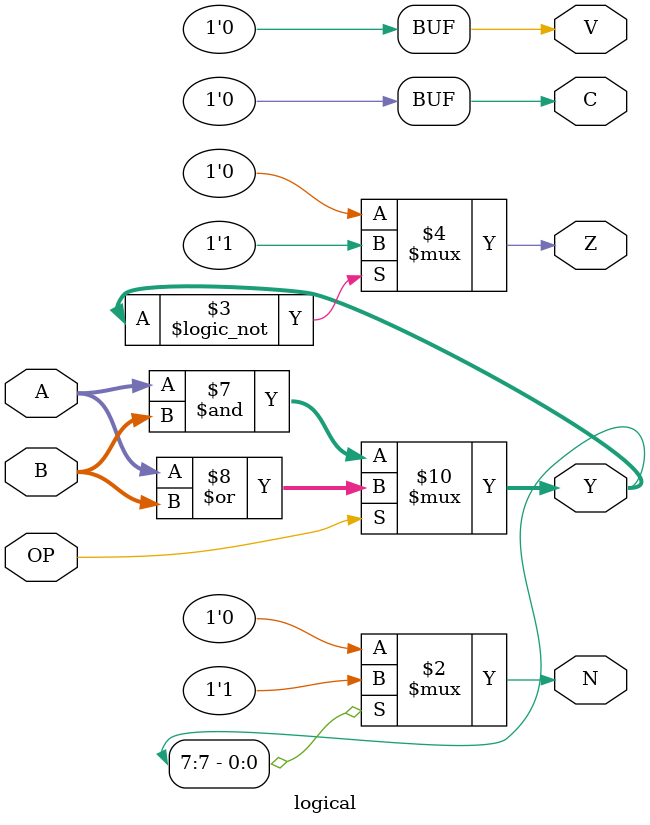
<source format=v>
module logical(
	input	[7:0]	A,
	input	[7:0]	B,
	input		OP,

	output reg	[7:0]	Y,

	output	C,
	output	V,
	output	N,
	output	Z); // add all inputs and outputs inside parentheses

	// reg and internal variable definitions
	
	// implement module here

	// Carry out and overflow are always 0
	assign C = 0;
	assign V = 0;
	assign N = (Y[7] == 1'b1) ? 1'b1 : 1'b0;
	assign Z = (Y == 8'b00000000) ? 1'b1 : 1'b0;

	always @(*) begin
		if (OP == 0) begin
			Y <= A & B;
		end else begin
			Y <= A | B;
		end
	end

endmodule
</source>
